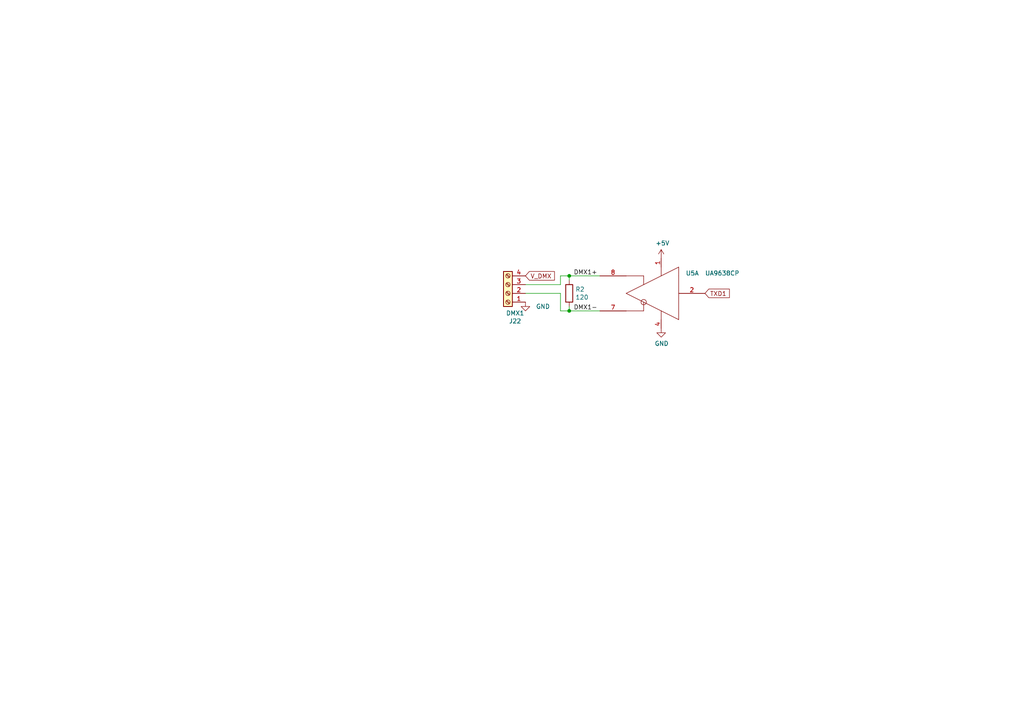
<source format=kicad_sch>
(kicad_sch (version 20211123) (generator eeschema)
  (paper "A4")
  (title_block (title "BBB 16 SMD") (date "2022-02-11") (rev "v2") (company "Scott Hanson"))
  (lib_symbols
    (symbol "Connector:Screw_Terminal_01x04" (pin_names (offset 1.016) hide)
      (property "Reference" "J" (at 0 5.08 0))
      (property "Value" "Screw_Terminal_01x04" (at 0 -7.62 0))
      (symbol "Screw_Terminal_01x04_1_1"
        (rectangle (start -1.27 3.81) (end 1.27 -6.35) (stroke (width 0.254)) (fill (type background)))
        (circle (center 0 -5.08) (radius 0.635) (stroke (width 0.1524)))
        (circle (center 0 -2.54) (radius 0.635) (stroke (width 0.1524)))
        (polyline (pts (xy -0.5334 -4.7498) (xy 0.3302 -5.588)) (stroke (width 0.1524)))
        (polyline (pts (xy -0.5334 -2.2098) (xy 0.3302 -3.048)) (stroke (width 0.1524)))
        (polyline (pts (xy -0.5334 0.3302) (xy 0.3302 -0.508)) (stroke (width 0.1524)))
        (polyline (pts (xy -0.5334 2.8702) (xy 0.3302 2.032)) (stroke (width 0.1524)))
        (polyline (pts (xy -0.3556 -4.572) (xy 0.508 -5.4102)) (stroke (width 0.1524)))
        (polyline (pts (xy -0.3556 -2.032) (xy 0.508 -2.8702)) (stroke (width 0.1524)))
        (polyline (pts (xy -0.3556 0.508) (xy 0.508 -0.3302)) (stroke (width 0.1524)))
        (polyline (pts (xy -0.3556 3.048) (xy 0.508 2.2098)) (stroke (width 0.1524)))
        (circle (center 0 0) (radius 0.635) (stroke (width 0.1524)))
        (circle (center 0 2.54) (radius 0.635) (stroke (width 0.1524)))
        (pin passive line (at -5.08 2.54 0) (length 3.81) (name "Pin_1") (number "1"))
        (pin passive line (at -5.08 0 0) (length 3.81) (name "Pin_2") (number "2"))
        (pin passive line (at -5.08 -2.54 0) (length 3.81) (name "Pin_3") (number "3"))
        (pin passive line (at -5.08 -5.08 0) (length 3.81) (name "Pin_4") (number "4"))
      )
    )
    (symbol "Interface_LineDriver:UA9638CP" (pin_names (offset 1.016) hide)
      (property "Reference" "U" (at -7.62 10.16 0))
      (property "Value" "UA9638CP" (at 2.54 7.62 0))
      (symbol "UA9638CP_0_1"
        (polyline (pts (xy -7.62 5.08) (xy -7.62 -7.62)))
        (polyline (pts (xy -7.62 5.08) (xy -7.62 7.62)))
        (polyline (pts (xy -7.62 7.62) (xy 7.62 0)))
        (polyline (pts (xy -2.54 -5.08) (xy -2.54 -7.62)))
        (polyline (pts (xy -2.54 5.08) (xy -2.54 7.62)))
        (polyline (pts (xy 2.54 -5.08) (xy 7.62 -5.08)))
        (polyline (pts (xy 2.54 -2.54) (xy 2.54 -5.08)))
        (polyline (pts (xy 2.54 5.08) (xy 2.54 2.54)))
        (polyline (pts (xy 7.62 0) (xy -7.62 -7.62)))
        (polyline (pts (xy 7.62 5.08) (xy 2.54 5.08)))
        (circle (center 2.54 -2.54) (radius 0.762))
      )
      (symbol "UA9638CP_1_1"
        (pin power_in line (at -2.54 10.16 270) (length 2.54) (name "VCC") (number "1"))
        (pin input line (at -15.24 0 0) (length 7.62) (name "IN") (number "2"))
        (pin power_in line (at -2.54 -10.16 90) (length 2.54) (name "GND") (number "4"))
        (pin output line (at 15.24 -5.08 180) (length 7.62) (name "OUTA") (number "7"))
        (pin output line (at 15.24 5.08 180) (length 7.62) (name "OUTB") (number "8"))
      )
      (symbol "UA9638CP_2_1"
        (pin power_in line (at -2.54 10.16 270) (length 2.54) (name "VCC") (number "1"))
        (pin input line (at -15.24 0 0) (length 7.62) (name "IN") (number "3"))
        (pin power_in line (at -2.54 -10.16 90) (length 2.54) (name "GND") (number "4"))
        (pin output line (at 15.24 -5.08 180) (length 7.62) (name "OUTA") (number "5"))
        (pin output line (at 15.24 5.08 180) (length 7.62) (name "OUTB") (number "6"))
      )
    )
    (symbol "Teensy_16-rescue:R-Device" (pin_numbers hide) (pin_names (offset 0))
      (property "Reference" "R" (at 2.032 0 90))
      (property "Value" "R-Device" (at 0 0 90))
      (symbol "R-Device_0_1"
        (rectangle (start -1.016 -2.54) (end 1.016 2.54) (stroke (width 0.254)))
      )
      (symbol "R-Device_1_1"
        (pin passive line (at 0 3.81 270) (length 1.27) (name "~") (number "1"))
        (pin passive line (at 0 -3.81 90) (length 1.27) (name "~") (number "2"))
      )
    )
    (symbol "power:+5V" (power) (pin_names (offset 0))
      (property "Value" "+5V" (at 0 3.556 0))
      (symbol "+5V_0_1"
        (polyline (pts (xy -0.762 1.27) (xy 0 2.54)))
        (polyline (pts (xy 0 0) (xy 0 2.54)))
        (polyline (pts (xy 0 2.54) (xy 0.762 1.27)))
      )
      (symbol "+5V_1_1"
        (pin power_in line (at 0 0 90) (length 0) hide (name "+5V") (number "1"))
      )
    )
    (symbol "power:GND" (power) (pin_names (offset 0))
      (property "Value" "GND" (at 0 -3.81 0))
      (symbol "GND_0_1"
        (polyline (pts (xy 0 0) (xy 0 -1.27) (xy 1.27 -1.27) (xy 0 -2.54) (xy -1.27 -1.27) (xy 0 -1.27)))
      )
      (symbol "GND_1_1"
        (pin power_in line (at 0 0 270) (length 0) hide (name "GND") (number "1"))
      )
    )
  )
  (junction (at 165.1 80.01))
  (junction (at 165.1 90.17))
  (wire (pts (xy 162.56 90.17) (xy 165.1 90.17)))
  (wire (pts (xy 165.1 80.01) (xy 162.56 80.01)))
  (wire (pts (xy 162.56 85.09) (xy 162.56 90.17)))
  (wire (pts (xy 165.1 90.17) (xy 173.99 90.17)))
  (wire (pts (xy 165.1 88.9) (xy 165.1 90.17)))
  (wire (pts (xy 165.1 81.28) (xy 165.1 80.01)))
  (wire (pts (xy 152.4 85.09) (xy 162.56 85.09)))
  (wire (pts (xy 162.56 80.01) (xy 162.56 82.55)))
  (wire (pts (xy 173.99 80.01) (xy 165.1 80.01)))
  (wire (pts (xy 162.56 82.55) (xy 152.4 82.55)))
  (label "DMX1-" (at 166.37 90.17 0))
  (label "DMX1+" (at 166.37 80.01 0))
  (global_label "V_DMX" (shape input) (at 152.4 80.01 0) (property "Intersheet References" "${INTERSHEET_REFS}" (effects hide)))
  (global_label "TXD1" (shape input) (at 204.47 85.09 0) (property "Intersheet References" "${INTERSHEET_REFS}" (effects hide)))
  (symbol (lib_id "Teensy_16-rescue:R-Device") (at 165.1 85.09 0) (unit 1)
    (property "Reference" "R2" (at 166.878 83.9216 0) (effects (justify left)))
    (property "Value" "120" (at 166.878 86.233 0) (effects (justify left)))
    (property "Footprint" "Resistor_SMD:R_0603_1608Metric_Pad0.98x0.95mm_HandSolder" (effects hide))
    (property "Digi-Key_PN" "A129677CT-ND" (effects hide))
    (property "MPN" "CRGCQ0603F120R" (effects hide))
    (property "LCSC" "C22787" (effects hide))
  )
  (symbol (lib_id "power:GND") (at 152.4 87.63 0) (unit 1)
    (property "Reference" "#PWR033" (effects hide))
    (property "Value" "GND" (at 157.48 88.9 0))
  )
  (symbol (lib_id "Interface_LineDriver:UA9638CP") (at 189.23 85.09 0) (mirror y) (unit 1)
    (property "Reference" "U5" (at 198.882 79.248 0) (effects (justify right)))
    (property "Value" "UA9638CP" (at 204.47 79.248 0) (effects (justify right)))
    (property "Footprint" "Package_SO:SOIC-8_3.9x4.9mm_P1.27mm" (effects hide))
    (property "Datasheet" "http://www.ti.com/lit/ds/symlink/ua9638.pdf" (effects hide))
    (property "Digi-Key_PN" "UA9638CP" (effects hide))
    (property "MPN" "UA9638CDR" (effects hide))
    (property "LCSC" "C435812" (effects hide))
  )
  (symbol (lib_id "power:GND") (at 191.77 95.25 0) (unit 1)
    (property "Reference" "#PWR038" (effects hide))
    (property "Value" "GND" (at 191.897 99.6442 0))
  )
  (symbol (lib_id "power:+5V") (at 191.77 74.93 0) (unit 1)
    (property "Reference" "#PWR036" (effects hide))
    (property "Value" "+5V" (at 192.151 70.5358 0))
  )
  (symbol (lib_id "Connector:Screw_Terminal_01x04") (at 147.32 85.09 180) (unit 1)
    (property "Reference" "J22" (at 149.4028 93.1418 0))
    (property "Value" "DMX1" (at 149.4028 90.8304 0))
    (property "Footprint" "TerminalBlock_Phoenix:TerminalBlock_Phoenix_MKDS-1,5-4_1x04_P5.00mm_Horizontal" (effects hide))
    (property "Digi-Key_PN" "277-1238-ND" (effects hide))
    (property "MPN" "1729034" (effects hide))
    (property "LCSC" "C192769" (effects hide))
  )
)
</source>
